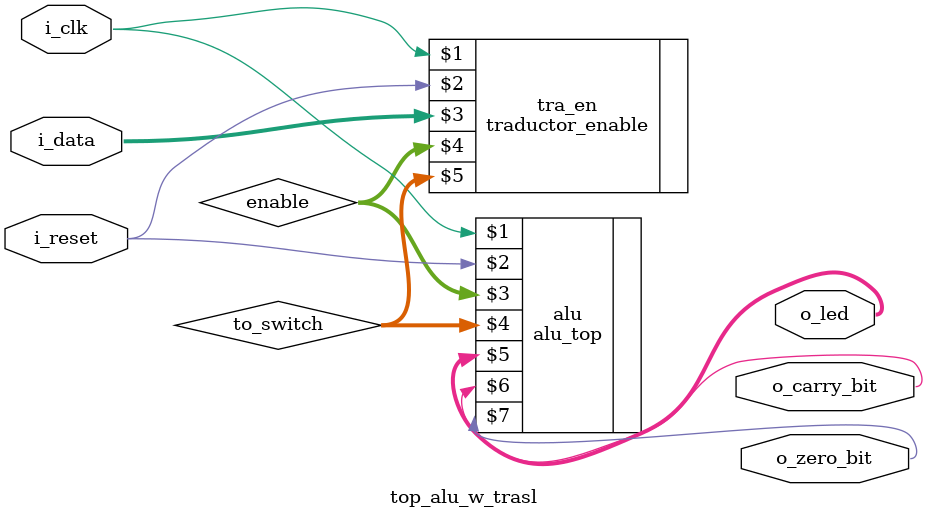
<source format=v>
`timescale 1ns / 1ps


module top_alu_w_trasl#(
        parameter BUS_OP_SIZE = 6,
        parameter BUS_SIZE = 8,
        parameter BUS_BIT_ENABLE = 2
    )(
        input i_clk,i_reset,
        input [BUS_SIZE - 1 : 0] i_data,
        output [BUS_SIZE - 1 : 0] o_led,
        output o_carry_bit,
        output o_zero_bit
    );

    //Outputs
    wire[BUS_BIT_ENABLE -1 : 0] enable;
    wire [BUS_SIZE - 1 : 0] to_switch;
    wire o_carry_bit;
    wire o_zero_bit;

    // Verilog code for ALU
    alu_top alu(
            i_clk,
            i_reset,
            enable,
            to_switch,  // ALU N-bit Inputs                 
            o_led, // ALU 8-bit Output
            o_carry_bit, // Carry Out Flag,
            o_zero_bit // Zero Out Flag
        );
    traductor_enable tra_en(
            i_clk,
            i_reset,
            i_data,
            enable,
            to_switch
        );
endmodule

</source>
